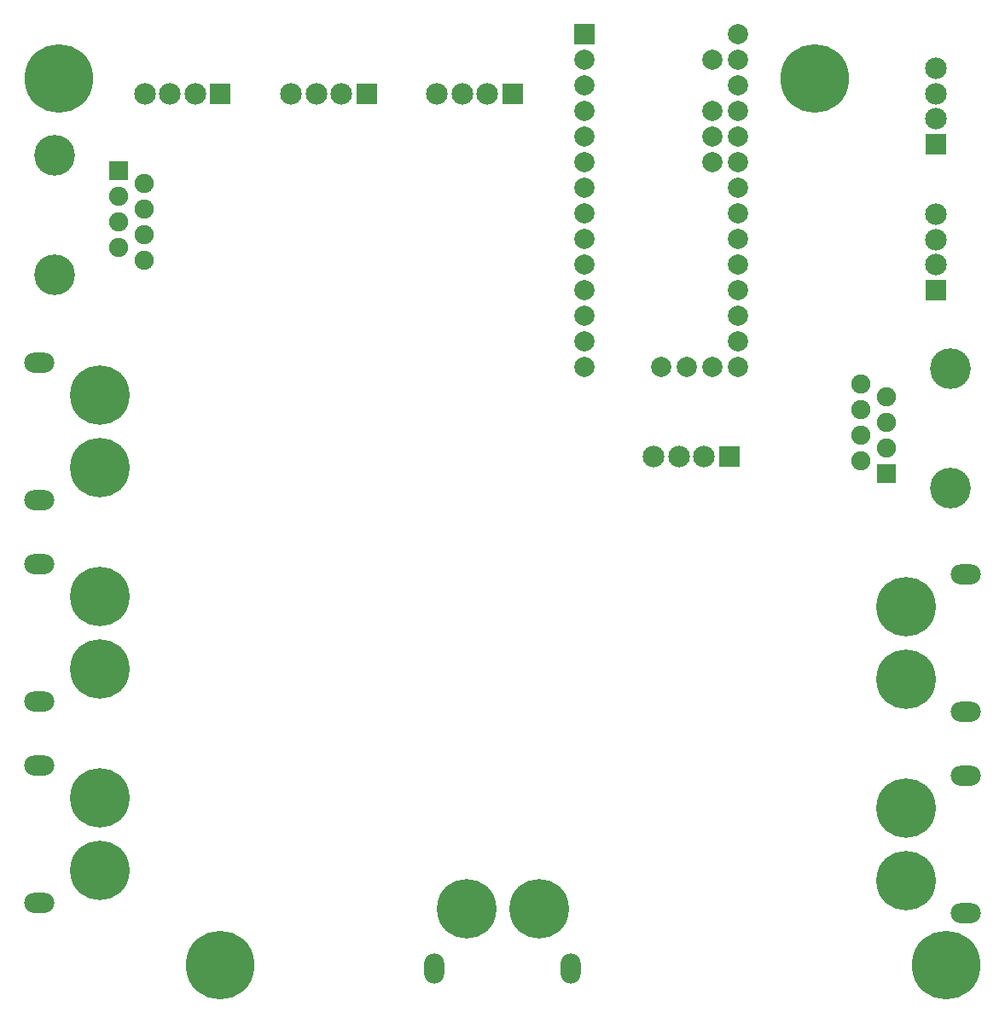
<source format=gbr>
G04 #@! TF.GenerationSoftware,KiCad,Pcbnew,(5.0.0-3-g5ebb6b6)*
G04 #@! TF.CreationDate,2018-10-08T20:22:15-06:00*
G04 #@! TF.ProjectId,LED suit power,4C4544207375697420706F7765722E6B,rev?*
G04 #@! TF.SameCoordinates,Original*
G04 #@! TF.FileFunction,Soldermask,Bot*
G04 #@! TF.FilePolarity,Negative*
%FSLAX46Y46*%
G04 Gerber Fmt 4.6, Leading zero omitted, Abs format (unit mm)*
G04 Created by KiCad (PCBNEW (5.0.0-3-g5ebb6b6)) date Monday, October 08, 2018 at 08:22:15 PM*
%MOMM*%
%LPD*%
G01*
G04 APERTURE LIST*
%ADD10C,1.400000*%
%ADD11O,2.000000X3.000000*%
%ADD12C,5.900000*%
%ADD13O,3.000000X2.000000*%
%ADD14C,6.800000*%
%ADD15C,1.200000*%
%ADD16C,2.000000*%
%ADD17R,2.000000X2.000000*%
%ADD18C,2.150000*%
%ADD19R,2.150000X2.150000*%
%ADD20C,4.050000*%
%ADD21R,1.900000X1.900000*%
%ADD22C,1.900000*%
G04 APERTURE END LIST*
D10*
G04 #@! TO.C,J7*
X155000000Y-186950000D03*
X152200000Y-186950000D03*
X152200000Y-189750000D03*
X155000000Y-189750000D03*
X155600000Y-188350000D03*
X151600000Y-188350000D03*
X153600000Y-186350000D03*
X153600000Y-190350000D03*
D11*
X156800000Y-194350000D03*
X143200000Y-194350000D03*
D10*
X147800000Y-189750000D03*
X147800000Y-186950000D03*
X145000000Y-186950000D03*
X145000000Y-189750000D03*
X146400000Y-190350000D03*
X146400000Y-186350000D03*
X144400000Y-188350000D03*
X148400000Y-188350000D03*
D12*
X153600000Y-188350000D03*
X146400000Y-188350000D03*
G04 #@! TD*
D10*
G04 #@! TO.C,J1*
X111400000Y-178800000D03*
X111400000Y-176000000D03*
X108600000Y-176000000D03*
X108600000Y-178800000D03*
X110000000Y-179400000D03*
X110000000Y-175400000D03*
X112000000Y-177400000D03*
X108000000Y-177400000D03*
D13*
X104000000Y-187800000D03*
X104000000Y-174200000D03*
D10*
X108600000Y-186000000D03*
X111400000Y-186000000D03*
X111400000Y-183200000D03*
X108600000Y-183200000D03*
X108000000Y-184600000D03*
X112000000Y-184600000D03*
X110000000Y-182600000D03*
X110000000Y-186600000D03*
D12*
X110000000Y-177400000D03*
X110000000Y-184600000D03*
G04 #@! TD*
G04 #@! TO.C,J2*
X110000000Y-164600000D03*
X110000000Y-157400000D03*
D10*
X110000000Y-166600000D03*
X110000000Y-162600000D03*
X112000000Y-164600000D03*
X108000000Y-164600000D03*
X108600000Y-163200000D03*
X111400000Y-163200000D03*
X111400000Y-166000000D03*
X108600000Y-166000000D03*
D13*
X104000000Y-154200000D03*
X104000000Y-167800000D03*
D10*
X108000000Y-157400000D03*
X112000000Y-157400000D03*
X110000000Y-155400000D03*
X110000000Y-159400000D03*
X108600000Y-158800000D03*
X108600000Y-156000000D03*
X111400000Y-156000000D03*
X111400000Y-158800000D03*
G04 #@! TD*
G04 #@! TO.C,J3*
X111400000Y-138800000D03*
X111400000Y-136000000D03*
X108600000Y-136000000D03*
X108600000Y-138800000D03*
X110000000Y-139400000D03*
X110000000Y-135400000D03*
X112000000Y-137400000D03*
X108000000Y-137400000D03*
D13*
X104000000Y-147800000D03*
X104000000Y-134200000D03*
D10*
X108600000Y-146000000D03*
X111400000Y-146000000D03*
X111400000Y-143200000D03*
X108600000Y-143200000D03*
X108000000Y-144600000D03*
X112000000Y-144600000D03*
X110000000Y-142600000D03*
X110000000Y-146600000D03*
D12*
X110000000Y-137400000D03*
X110000000Y-144600000D03*
G04 #@! TD*
G04 #@! TO.C,J5*
X190000000Y-158400000D03*
X190000000Y-165600000D03*
D10*
X190000000Y-156400000D03*
X190000000Y-160400000D03*
X188000000Y-158400000D03*
X192000000Y-158400000D03*
X191400000Y-159800000D03*
X188600000Y-159800000D03*
X188600000Y-157000000D03*
X191400000Y-157000000D03*
D13*
X196000000Y-168800000D03*
X196000000Y-155200000D03*
D10*
X192000000Y-165600000D03*
X188000000Y-165600000D03*
X190000000Y-167600000D03*
X190000000Y-163600000D03*
X191400000Y-164200000D03*
X191400000Y-167000000D03*
X188600000Y-167000000D03*
X188600000Y-164200000D03*
G04 #@! TD*
G04 #@! TO.C,J6*
X188600000Y-184200000D03*
X188600000Y-187000000D03*
X191400000Y-187000000D03*
X191400000Y-184200000D03*
X190000000Y-183600000D03*
X190000000Y-187600000D03*
X188000000Y-185600000D03*
X192000000Y-185600000D03*
D13*
X196000000Y-175200000D03*
X196000000Y-188800000D03*
D10*
X191400000Y-177000000D03*
X188600000Y-177000000D03*
X188600000Y-179800000D03*
X191400000Y-179800000D03*
X192000000Y-178400000D03*
X188000000Y-178400000D03*
X190000000Y-180400000D03*
X190000000Y-176400000D03*
D12*
X190000000Y-185600000D03*
X190000000Y-178400000D03*
G04 #@! TD*
D14*
G04 #@! TO.C,MH4*
X194000000Y-194000000D03*
D15*
X196400000Y-194000000D03*
X195697056Y-195697056D03*
X194000000Y-196400000D03*
X192302944Y-195697056D03*
X191600000Y-194000000D03*
X192302944Y-192302944D03*
X194000000Y-191600000D03*
X195697056Y-192302944D03*
G04 #@! TD*
G04 #@! TO.C,MH2*
X182697056Y-104302944D03*
X181000000Y-103600000D03*
X179302944Y-104302944D03*
X178600000Y-106000000D03*
X179302944Y-107697056D03*
X181000000Y-108400000D03*
X182697056Y-107697056D03*
X183400000Y-106000000D03*
D14*
X181000000Y-106000000D03*
G04 #@! TD*
G04 #@! TO.C,MH1*
X122000000Y-194000000D03*
D15*
X124400000Y-194000000D03*
X123697056Y-195697056D03*
X122000000Y-196400000D03*
X120302944Y-195697056D03*
X119600000Y-194000000D03*
X120302944Y-192302944D03*
X122000000Y-191600000D03*
X123697056Y-192302944D03*
G04 #@! TD*
G04 #@! TO.C,MH3*
X107697056Y-104302944D03*
X106000000Y-103600000D03*
X104302944Y-104302944D03*
X103600000Y-106000000D03*
X104302944Y-107697056D03*
X106000000Y-108400000D03*
X107697056Y-107697056D03*
X108400000Y-106000000D03*
D14*
X106000000Y-106000000D03*
G04 #@! TD*
D16*
G04 #@! TO.C,U7*
X165735000Y-134620000D03*
X168275000Y-134620000D03*
X170815000Y-134620000D03*
X173355000Y-134620000D03*
X158115000Y-134620000D03*
X173355000Y-132080000D03*
X173355000Y-129540000D03*
X173355000Y-127000000D03*
X173355000Y-124460000D03*
X173355000Y-121920000D03*
X173355000Y-119380000D03*
X173355000Y-116840000D03*
X173355000Y-114300000D03*
X173355000Y-111760000D03*
X173355000Y-109220000D03*
X173355000Y-106680000D03*
X173355000Y-104140000D03*
X173355000Y-101600000D03*
X170815000Y-104140000D03*
X170815000Y-109220000D03*
X170815000Y-111760000D03*
X170815000Y-114300000D03*
X158115000Y-132080000D03*
X158115000Y-129540000D03*
X158115000Y-127000000D03*
X158115000Y-124460000D03*
X158115000Y-121920000D03*
X158115000Y-119380000D03*
X158115000Y-116840000D03*
X158115000Y-114300000D03*
X158115000Y-111760000D03*
X158115000Y-109220000D03*
X158115000Y-106680000D03*
X158115000Y-104140000D03*
D17*
X158115000Y-101600000D03*
G04 #@! TD*
D18*
G04 #@! TO.C,J16*
X165000000Y-143500000D03*
X167500000Y-143500000D03*
X170000000Y-143500000D03*
D19*
X172500000Y-143500000D03*
G04 #@! TD*
G04 #@! TO.C,J4*
X151000000Y-107500000D03*
D18*
X148500000Y-107500000D03*
X146000000Y-107500000D03*
X143500000Y-107500000D03*
G04 #@! TD*
G04 #@! TO.C,J12*
X129000000Y-107500000D03*
X131500000Y-107500000D03*
X134000000Y-107500000D03*
D19*
X136500000Y-107500000D03*
G04 #@! TD*
G04 #@! TO.C,J13*
X122000000Y-107500000D03*
D18*
X119500000Y-107500000D03*
X117000000Y-107500000D03*
X114500000Y-107500000D03*
G04 #@! TD*
G04 #@! TO.C,J14*
X193000000Y-119500000D03*
X193000000Y-122000000D03*
X193000000Y-124500000D03*
D19*
X193000000Y-127000000D03*
G04 #@! TD*
D18*
G04 #@! TO.C,J15*
X193000000Y-105000000D03*
X193000000Y-107500000D03*
X193000000Y-110000000D03*
D19*
X193000000Y-112500000D03*
G04 #@! TD*
D20*
G04 #@! TO.C,J9*
X105501222Y-125516787D03*
X105501222Y-113646787D03*
D21*
X111851222Y-115136787D03*
D22*
X114391222Y-116406787D03*
X111851222Y-117676787D03*
X114391222Y-118946787D03*
X111851222Y-120216787D03*
X114391222Y-121486787D03*
X111851222Y-122756787D03*
X114391222Y-124026787D03*
G04 #@! TD*
D20*
G04 #@! TO.C,J8*
X194435001Y-134798343D03*
X194435001Y-146668343D03*
D21*
X188085001Y-145178343D03*
D22*
X185545001Y-143908343D03*
X188085001Y-142638343D03*
X185545001Y-141368343D03*
X188085001Y-140098343D03*
X185545001Y-138828343D03*
X188085001Y-137558343D03*
X185545001Y-136288343D03*
G04 #@! TD*
M02*

</source>
